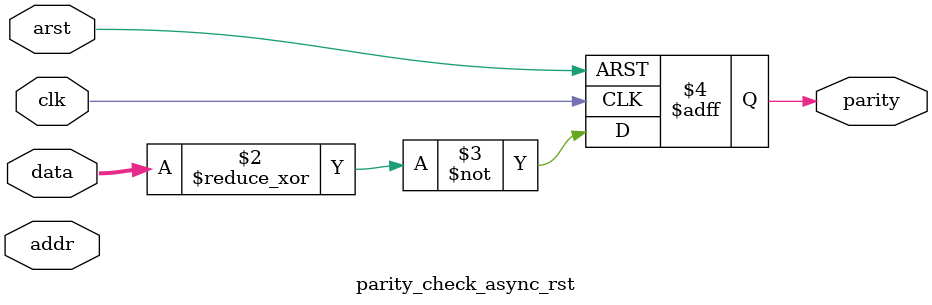
<source format=sv>
module parity_check_async_rst (
    input clk, arst,
    input [3:0] addr,
    input [7:0] data,
    output reg parity
);
always @(posedge clk or posedge arst) begin
    if (arst) parity <= 1'b0;
    else parity <= ~(^data);
end
endmodule
</source>
